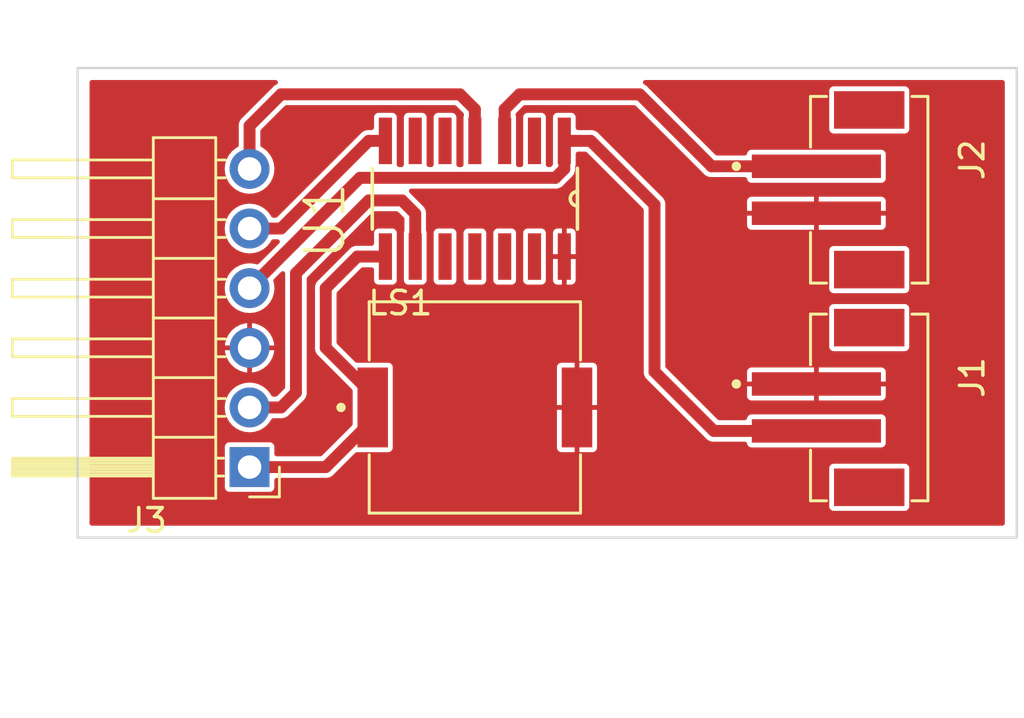
<source format=kicad_pcb>
(kicad_pcb (version 20221018) (generator pcbnew)
  (layers (0 "F.Cu" signal) (31 "B.Cu" signal) (34 "B.Paste" user) (35 "F.Paste" user) (36 "B.SilkS" user "B.Silkscreen") (37 "F.SilkS" user "F.Silkscreen") (38 "B.Mask" user) (39 "F.Mask" user) (44 "Edge.Cuts" user))
  (net 0 "")
  (net 1 "GND")
  (net 2 "/VCC")
  (net 3 "/M1")
  (net 4 "/MISO")
  (net 5 "/SCK")
  (net 6 "/MOSI")
  (net 7 "/RST")
  (net 9 "/LED1")
  (net 10 "/LED2")
  (net 14 "/AMB")
  (footprint "Connector_PinHeader_2.54mm:PinHeader_1x06_P2.54mm_Horizontal" (layer "F.Cu") (at 116.23 86.995 180)
    (fp_text reference "J3" (at 4.385 -2.27) (layer "F.SilkS"))
    (fp_text value "Conn_01x06_Pin")
    (fp_line (start -1.27 -1.27) (end 0 -1.27) (stroke (width 0.12)) (layer "F.SilkS"))
    (fp_line (start -1.27 0) (end -1.27 -1.27) (stroke (width 0.12)) (layer "F.SilkS"))
    (fp_line (start 1.042929 2.16) (end 1.44 2.16) (stroke (width 0.12)) (layer "F.SilkS"))
    (fp_line (start 1.042929 2.92) (end 1.44 2.92) (stroke (width 0.12)) (layer "F.SilkS"))
    (fp_line (start 1.042929 4.7) (end 1.44 4.7) (stroke (width 0.12)) (layer "F.SilkS"))
    (fp_line (start 1.042929 5.46) (end 1.44 5.46) (stroke (width 0.12)) (layer "F.SilkS"))
    (fp_line (start 1.042929 7.24) (end 1.44 7.24) (stroke (width 0.12)) (layer "F.SilkS"))
    (fp_line (start 1.042929 8) (end 1.44 8) (stroke (width 0.12)) (layer "F.SilkS"))
    (fp_line (start 1.042929 9.78) (end 1.44 9.78) (stroke (width 0.12)) (layer "F.SilkS"))
    (fp_line (start 1.042929 10.54) (end 1.44 10.54) (stroke (width 0.12)) (layer "F.SilkS"))
    (fp_line (start 1.042929 12.32) (end 1.44 12.32) (stroke (width 0.12)) (layer "F.SilkS"))
    (fp_line (start 1.042929 13.08) (end 1.44 13.08) (stroke (width 0.12)) (layer "F.SilkS"))
    (fp_line (start 1.11 -0.38) (end 1.44 -0.38) (stroke (width 0.12)) (layer "F.SilkS"))
    (fp_line (start 1.11 0.38) (end 1.44 0.38) (stroke (width 0.12)) (layer "F.SilkS"))
    (fp_line (start 1.44 -1.33) (end 1.44 14.03) (stroke (width 0.12)) (layer "F.SilkS"))
    (fp_line (start 1.44 1.27) (end 4.1 1.27) (stroke (width 0.12)) (layer "F.SilkS"))
    (fp_line (start 1.44 3.81) (end 4.1 3.81) (stroke (width 0.12)) (layer "F.SilkS"))
    (fp_line (start 1.44 6.35) (end 4.1 6.35) (stroke (width 0.12)) (layer "F.SilkS"))
    (fp_line (start 1.44 8.89) (end 4.1 8.89) (stroke (width 0.12)) (layer "F.SilkS"))
    (fp_line (start 1.44 11.43) (end 4.1 11.43) (stroke (width 0.12)) (layer "F.SilkS"))
    (fp_line (start 1.44 14.03) (end 4.1 14.03) (stroke (width 0.12)) (layer "F.SilkS"))
    (fp_line (start 4.1 -1.33) (end 1.44 -1.33) (stroke (width 0.12)) (layer "F.SilkS"))
    (fp_line (start 4.1 -0.38) (end 10.1 -0.38) (stroke (width 0.12)) (layer "F.SilkS"))
    (fp_line (start 4.1 -0.32) (end 10.1 -0.32) (stroke (width 0.12)) (layer "F.SilkS"))
    (fp_line (start 4.1 -0.2) (end 10.1 -0.2) (stroke (width 0.12)) (layer "F.SilkS"))
    (fp_line (start 4.1 -0.08) (end 10.1 -0.08) (stroke (width 0.12)) (layer "F.SilkS"))
    (fp_line (start 4.1 0.04) (end 10.1 0.04) (stroke (width 0.12)) (layer "F.SilkS"))
    (fp_line (start 4.1 0.16) (end 10.1 0.16) (stroke (width 0.12)) (layer "F.SilkS"))
    (fp_line (start 4.1 0.28) (end 10.1 0.28) (stroke (width 0.12)) (layer "F.SilkS"))
    (fp_line (start 4.1 2.16) (end 10.1 2.16) (stroke (width 0.12)) (layer "F.SilkS"))
    (fp_line (start 4.1 4.7) (end 10.1 4.7) (stroke (width 0.12)) (layer "F.SilkS"))
    (fp_line (start 4.1 7.24) (end 10.1 7.24) (stroke (width 0.12)) (layer "F.SilkS"))
    (fp_line (start 4.1 9.78) (end 10.1 9.78) (stroke (width 0.12)) (layer "F.SilkS"))
    (fp_line (start 4.1 12.32) (end 10.1 12.32) (stroke (width 0.12)) (layer "F.SilkS"))
    (fp_line (start 4.1 14.03) (end 4.1 -1.33) (stroke (width 0.12)) (layer "F.SilkS"))
    (fp_line (start 10.1 -0.38) (end 10.1 0.38) (stroke (width 0.12)) (layer "F.SilkS"))
    (fp_line (start 10.1 0.38) (end 4.1 0.38) (stroke (width 0.12)) (layer "F.SilkS"))
    (fp_line (start 10.1 2.16) (end 10.1 2.92) (stroke (width 0.12)) (layer "F.SilkS"))
    (fp_line (start 10.1 2.92) (end 4.1 2.92) (stroke (width 0.12)) (layer "F.SilkS"))
    (fp_line (start 10.1 4.7) (end 10.1 5.46) (stroke (width 0.12)) (layer "F.SilkS"))
    (fp_line (start 10.1 5.46) (end 4.1 5.46) (stroke (width 0.12)) (layer "F.SilkS"))
    (fp_line (start 10.1 7.24) (end 10.1 8) (stroke (width 0.12)) (layer "F.SilkS"))
    (fp_line (start 10.1 8) (end 4.1 8) (stroke (width 0.12)) (layer "F.SilkS"))
    (fp_line (start 10.1 9.78) (end 10.1 10.54) (stroke (width 0.12)) (layer "F.SilkS"))
    (fp_line (start 10.1 10.54) (end 4.1 10.54) (stroke (width 0.12)) (layer "F.SilkS"))
    (fp_line (start 10.1 12.32) (end 10.1 13.08) (stroke (width 0.12)) (layer "F.SilkS"))
    (fp_line (start 10.1 13.08) (end 4.1 13.08) (stroke (width 0.12)) (layer "F.SilkS"))
    (pad "1" thru_hole rect (at 0 0 180) (size 1.7 1.7) (drill 1) (layers "*.Cu" "*.Mask") (net 4 "/MISO"))
    (pad "2" thru_hole oval (at 0 2.54 180) (size 1.7 1.7) (drill 1) (layers "*.Cu" "*.Mask") (net 5 "/SCK"))
    (pad "3" thru_hole oval (at 0 5.08 180) (size 1.7 1.7) (drill 1) (layers "*.Cu" "*.Mask") (net 1 "GND"))
    (pad "4" thru_hole oval (at 0 7.62 180) (size 1.7 1.7) (drill 1) (layers "*.Cu" "*.Mask") (net 2 "/VCC"))
    (pad "5" thru_hole oval (at 0 10.16 180) (size 1.7 1.7) (drill 1) (layers "*.Cu" "*.Mask") (net 6 "/MOSI"))
    (pad "6" thru_hole oval (at 0 12.7 180) (size 1.7 1.7) (drill 1) (layers "*.Cu" "*.Mask") (net 7 "/RST"))
  )
  (footprint "Library:JST_B2B-PH-SM4-TB" (layer "F.Cu") (at 142.621 84.455 -90)
    (fp_text reference "J1" (at -1.275 -4.385 90) (layer "F.SilkS"))
    (fp_text value "B2B-PH-SM4-TB")
    (fp_line (start -3.975 -2.5) (end 3.975 -2.5) (stroke (width 0.127)) (layer "F.SilkS"))
    (fp_line (start -3.975 -1.82) (end -3.975 -2.5) (stroke (width 0.127)) (layer "F.SilkS"))
    (fp_line (start -3.975 2.5) (end -3.975 1.82) (stroke (width 0.127)) (layer "F.SilkS"))
    (fp_line (start -1.82 2.5) (end -3.975 2.5) (stroke (width 0.127)) (layer "F.SilkS"))
    (fp_line (start 3.975 -2.5) (end 3.975 -1.82) (stroke (width 0.127)) (layer "F.SilkS"))
    (fp_line (start 3.975 2.5) (end 1.82 2.5) (stroke (width 0.127)) (layer "F.SilkS"))
    (fp_line (start 3.975 2.5) (end 3.975 1.82) (stroke (width 0.127)) (layer "F.SilkS"))
    (fp_circle (center -1 5.66) (end -0.9 5.66) (stroke (width 0.2)) (fill none) (layer "F.SilkS"))
    (pad "1" smd rect (at -1 2.25 270) (size 1 5.5) (layers "F.Cu" "F.Paste" "F.Mask") (net 1 "GND"))
    (pad "2" smd rect (at 1 2.25 270) (size 1 5.5) (layers "F.Cu" "F.Paste" "F.Mask") (net 2 "/VCC"))
    (pad "S1" smd rect (at -3.4 0 270) (size 1.6 3) (layers "F.Cu" "F.Paste" "F.Mask"))
    (pad "S2" smd rect (at 3.4 0 270) (size 1.6 3) (layers "F.Cu" "F.Paste" "F.Mask"))
  )
  (footprint "Library:SOIC127P600X175-14N" (layer "F.Cu") (at 125.825 75.565 -90)
    (fp_text reference "U1" (at 0.941555 6.387375 90) (layer "F.SilkS") (effects (font (size 1.643079 1.643079))))
    (fp_text value "ATTINY84A-SSUR")
    (fp_line (start -1.2954 4.3688) (end 1.2954 4.3688) (stroke (width 0.1524)) (layer "F.SilkS"))
    (fp_line (start -0.3048 -4.3688) (end -1.2954 -4.3688) (stroke (width 0.1524)) (layer "F.SilkS"))
    (fp_line (start 0.3048 -4.3688) (end -0.3048 -4.3688) (stroke (width 0.1524)) (layer "F.SilkS"))
    (fp_line (start 1.2954 -4.3688) (end 0.3048 -4.3688) (stroke (width 0.1524)) (layer "F.SilkS"))
    (fp_arc (start 0.3048 -4.3688) (mid 0 -4.064) (end -0.3048 -4.3688) (stroke (width 0.1524)) (layer "F.SilkS"))
    (pad "1" smd rect (at -2.4638 -3.81 270) (size 1.9812 0.5588) (layers "F.Cu" "F.Paste" "F.Mask") (net 2 "/VCC"))
    (pad "2" smd rect (at -2.4638 -2.54 270) (size 1.9812 0.5588) (layers "F.Cu" "F.Paste" "F.Mask"))
    (pad "3" smd rect (at -2.4638 -1.27 270) (size 1.9812 0.5588) (layers "F.Cu" "F.Paste" "F.Mask") (net 3 "/M1"))
    (pad "4" smd rect (at -2.4638 0 270) (size 1.9812 0.5588) (layers "F.Cu" "F.Paste" "F.Mask") (net 7 "/RST"))
    (pad "5" smd rect (at -2.4638 1.27 270) (size 1.9812 0.5588) (layers "F.Cu" "F.Paste" "F.Mask") (net 9 "/LED1"))
    (pad "6" smd rect (at -2.4638 2.54 270) (size 1.9812 0.5588) (layers "F.Cu" "F.Paste" "F.Mask") (net 10 "/LED2"))
    (pad "7" smd rect (at -2.4638 3.81 270) (size 1.9812 0.5588) (layers "F.Cu" "F.Paste" "F.Mask") (net 6 "/MOSI"))
    (pad "8" smd rect (at 2.4638 3.81 270) (size 1.9812 0.5588) (layers "F.Cu" "F.Paste" "F.Mask") (net 4 "/MISO"))
    (pad "9" smd rect (at 2.4638 2.54 270) (size 1.9812 0.5588) (layers "F.Cu" "F.Paste" "F.Mask") (net 5 "/SCK"))
    (pad "10" smd rect (at 2.4638 1.27 270) (size 1.9812 0.5588) (layers "F.Cu" "F.Paste" "F.Mask"))
    (pad "11" smd rect (at 2.4638 0 270) (size 1.9812 0.5588) (layers "F.Cu" "F.Paste" "F.Mask"))
    (pad "12" smd rect (at 2.4638 -1.27 270) (size 1.9812 0.5588) (layers "F.Cu" "F.Paste" "F.Mask"))
    (pad "13" smd rect (at 2.4638 -2.54 270) (size 1.9812 0.5588) (layers "F.Cu" "F.Paste" "F.Mask") (net 14 "/AMB"))
    (pad "14" smd rect (at 2.4638 -3.81 270) (size 1.9812 0.5588) (layers "F.Cu" "F.Paste" "F.Mask") (net 1 "GND"))
  )
  (footprint "Library:SPKR_PKMCS0909E4000-R1" (layer "F.Cu") (at 125.825 84.455)
    (fp_text reference "LS1" (at -3.175 -4.445) (layer "F.SilkS"))
    (fp_text value "PKMCS0909E4000-R1")
    (fp_line (start -4.5 -4.5) (end 4.5 -4.5) (stroke (width 0.127)) (layer "F.SilkS"))
    (fp_line (start -4.5 -2.02) (end -4.5 -4.5) (stroke (width 0.127)) (layer "F.SilkS"))
    (fp_line (start -4.5 4.5) (end -4.5 2.02) (stroke (width 0.127)) (layer "F.SilkS"))
    (fp_line (start 4.5 -4.5) (end 4.5 -2.02) (stroke (width 0.127)) (layer "F.SilkS"))
    (fp_line (start 4.5 2.02) (end 4.5 4.5) (stroke (width 0.127)) (layer "F.SilkS"))
    (fp_line (start 4.5 4.5) (end -4.5 4.5) (stroke (width 0.127)) (layer "F.SilkS"))
    (fp_circle (center -5.7 0) (end -5.6 0) (stroke (width 0.2)) (fill none) (layer "F.SilkS"))
    (pad "1" smd rect (at -4.35 0) (size 1.3 3.4) (layers "F.Cu" "F.Paste" "F.Mask") (net 4 "/MISO"))
    (pad "2" smd rect (at 4.35 0) (size 1.3 3.4) (layers "F.Cu" "F.Paste" "F.Mask") (net 1 "GND"))
  )
  (footprint "Library:JST_B2B-PH-SM4-TB" (layer "F.Cu") (at 142.621 75.184 -90)
    (fp_text reference "J2" (at -1.275 -4.385 90) (layer "F.SilkS"))
    (fp_text value "B2B-PH-SM4-TB")
    (fp_line (start -3.975 -2.5) (end 3.975 -2.5) (stroke (width 0.127)) (layer "F.SilkS"))
    (fp_line (start -3.975 -1.82) (end -3.975 -2.5) (stroke (width 0.127)) (layer "F.SilkS"))
    (fp_line (start -3.975 2.5) (end -3.975 1.82) (stroke (width 0.127)) (layer "F.SilkS"))
    (fp_line (start -1.82 2.5) (end -3.975 2.5) (stroke (width 0.127)) (layer "F.SilkS"))
    (fp_line (start 3.975 -2.5) (end 3.975 -1.82) (stroke (width 0.127)) (layer "F.SilkS"))
    (fp_line (start 3.975 2.5) (end 1.82 2.5) (stroke (width 0.127)) (layer "F.SilkS"))
    (fp_line (start 3.975 2.5) (end 3.975 1.82) (stroke (width 0.127)) (layer "F.SilkS"))
    (fp_circle (center -1 5.66) (end -0.9 5.66) (stroke (width 0.2)) (fill none) (layer "F.SilkS"))
    (pad "1" smd rect (at -1 2.25 270) (size 1 5.5) (layers "F.Cu" "F.Paste" "F.Mask") (net 3 "/M1"))
    (pad "2" smd rect (at 1 2.25 270) (size 1 5.5) (layers "F.Cu" "F.Paste" "F.Mask") (net 1 "GND"))
    (pad "S1" smd rect (at -3.4 0 270) (size 1.6 3) (layers "F.Cu" "F.Paste" "F.Mask"))
    (pad "S2" smd rect (at 3.4 0 270) (size 1.6 3) (layers "F.Cu" "F.Paste" "F.Mask"))
  )
  (gr_rect (start 108.905 70) (end 148.905 90) (stroke (width 0.1)) (fill none) (layer "Edge.Cuts"))
  (segment (start 115.8725 81.5575) (end 116.23 81.915) (width 0.508) (layer "F.Cu") (net 1))
  (segment (start 129.254 74.676) (end 129.635 74.295) (width 0.508) (layer "F.Cu") (net 2))
  (segment (start 133.477 75.819) (end 133.477 82.931) (width 0.508) (layer "F.Cu") (net 2))
  (segment (start 129.635 74.295) (end 129.635 73.1012) (width 0.508) (layer "F.Cu") (net 2))
  (segment (start 129.635 73.1012) (end 130.7592 73.1012) (width 0.508) (layer "F.Cu") (net 2))
  (segment (start 120.929 74.676) (end 129.254 74.676) (width 0.508) (layer "F.Cu") (net 2))
  (segment (start 136.001 85.455) (end 140.371 85.455) (width 0.508) (layer "F.Cu") (net 2))
  (segment (start 116.23 79.375) (end 120.929 74.676) (width 0.508) (layer "F.Cu") (net 2))
  (segment (start 130.7592 73.1012) (end 133.477 75.819) (width 0.508) (layer "F.Cu") (net 2))
  (segment (start 133.477 82.931) (end 136.001 85.455) (width 0.508) (layer "F.Cu") (net 2))
  (segment (start 127.095 71.755) (end 127.73 71.12) (width 0.508) (layer "F.Cu") (net 3))
  (segment (start 127.095 73.1012) (end 127.095 71.755) (width 0.508) (layer "F.Cu") (net 3))
  (segment (start 127.73 71.12) (end 132.842 71.12) (width 0.508) (layer "F.Cu") (net 3))
  (segment (start 135.906 74.184) (end 140.371 74.184) (width 0.508) (layer "F.Cu") (net 3))
  (segment (start 132.842 71.12) (end 135.906 74.184) (width 0.508) (layer "F.Cu") (net 3))
  (segment (start 119.475 86.995) (end 121.475 84.995) (width 0.508) (layer "F.Cu") (net 4))
  (segment (start 121.475 83.915) (end 119.475 81.915) (width 0.508) (layer "F.Cu") (net 4))
  (segment (start 116.23 86.995) (end 119.475 86.995) (width 0.508) (layer "F.Cu") (net 4))
  (segment (start 121.475 84.455) (end 121.475 83.915) (width 0.508) (layer "F.Cu") (net 4))
  (segment (start 120.8212 78.0288) (end 122.015 78.0288) (width 0.508) (layer "F.Cu") (net 4))
  (segment (start 119.475 81.915) (end 119.475 79.375) (width 0.508) (layer "F.Cu") (net 4))
  (segment (start 121.475 84.995) (end 121.475 84.455) (width 0.508) (layer "F.Cu") (net 4))
  (segment (start 119.475 79.375) (end 120.8212 78.0288) (width 0.508) (layer "F.Cu") (net 4))
  (segment (start 117.57 84.455) (end 118.205 83.82) (width 0.508) (layer "F.Cu") (net 5))
  (segment (start 118.205 83.82) (end 118.205 78.74) (width 0.508) (layer "F.Cu") (net 5))
  (segment (start 123.285 76.2) (end 123.285 78.0288) (width 0.508) (layer "F.Cu") (net 5))
  (segment (start 118.205 78.74) (end 121.307 75.638) (width 0.508) (layer "F.Cu") (net 5))
  (segment (start 121.307 75.638) (end 122.723 75.638) (width 0.508) (layer "F.Cu") (net 5))
  (segment (start 122.723 75.638) (end 123.285 76.2) (width 0.508) (layer "F.Cu") (net 5))
  (segment (start 116.23 84.455) (end 117.57 84.455) (width 0.508) (layer "F.Cu") (net 5))
  (segment (start 117.57 76.835) (end 121.3038 73.1012) (width 0.508) (layer "F.Cu") (net 6))
  (segment (start 116.23 76.835) (end 117.57 76.835) (width 0.508) (layer "F.Cu") (net 6))
  (segment (start 121.3038 73.1012) (end 122.015 73.1012) (width 0.508) (layer "F.Cu") (net 6))
  (segment (start 117.57 71.12) (end 125.19 71.12) (width 0.508) (layer "F.Cu") (net 7))
  (segment (start 116.23 74.295) (end 116.23 72.46) (width 0.508) (layer "F.Cu") (net 7))
  (segment (start 116.23 72.46) (end 117.57 71.12) (width 0.508) (layer "F.Cu") (net 7))
  (segment (start 125.19 71.12) (end 125.825 71.755) (width 0.508) (layer "F.Cu") (net 7))
  (segment (start 125.825 71.755) (end 125.825 73.1012) (width 0.508) (layer "F.Cu") (net 7))
  (zone (net 1) (net_name "GND") (layer "F.Cu") (connect_pads (clearance 0.2032)) (min_thickness 0.2032) (fill yes (thermal_gap 0.2032) (thermal_bridge_width 0.2032))
    (polygon (pts (xy 108.585 69.85) (xy 149.225 69.85) (xy 149.225 90.17) (xy 108.585 90.17)))
  )
)
</source>
